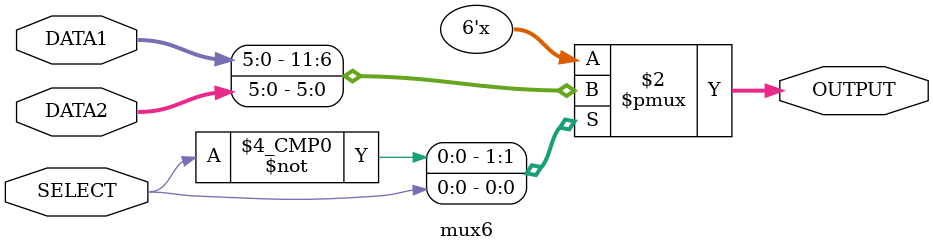
<source format=v>
module mux6(DATA1 , DATA2 , SELECT, OUTPUT);

    	input [5:0] DATA1 , DATA2;  
  		input SELECT;
    	output reg [5:0] OUTPUT;

    	always @(DATA1 , DATA2 , SELECT)
    		begin
        
		//Start of combinational logic block triggered by changes in DATA1, DATA2, or SELECT

        	case(SELECT)
            	1'b0 : OUTPUT = DATA1; // If SELECT is 0, OUTPUT receives DATA1
            	1'b1 : OUTPUT = DATA2; // If SELECT is 1, OUTPUT receives DATA2
        	endcase
    		
		end
endmodule

`timescale 1ns / 100ps
</source>
